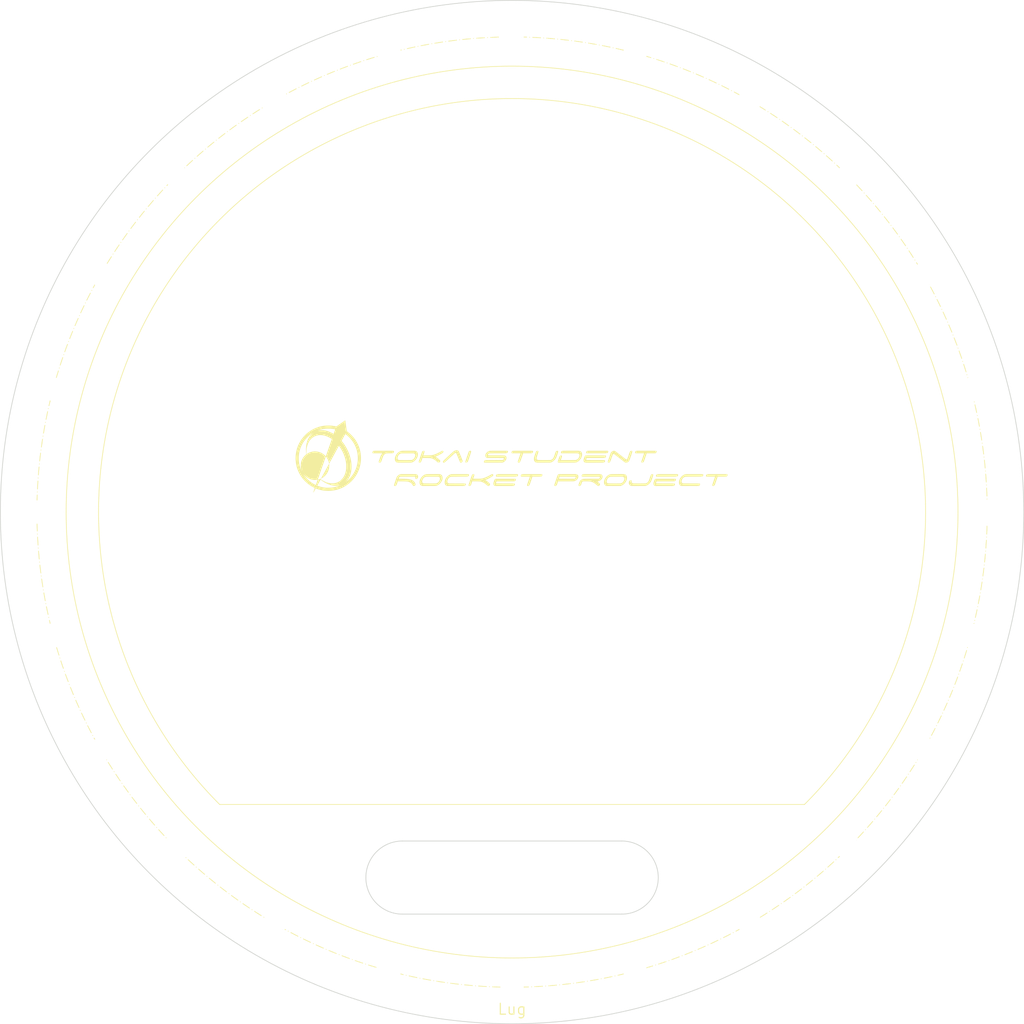
<source format=kicad_pcb>
(kicad_pcb (version 20221018) (generator pcbnew)
  (layers (0 "F.Cu" signal) (31 "B.Cu" signal) (34 "B.Paste" user) (35 "F.Paste" user) (36 "B.SilkS" user "B.Silkscreen") (37 "F.SilkS" user "F.Silkscreen") (38 "B.Mask" user) (39 "F.Mask" user) (44 "Edge.Cuts" user))
  (net 0 "")
  (footprint "MountingHole:MountingHole_3.2mm_M3" (layer "F.Cu") (at 56.291651 -32.5)
    (fp_text reference "REF**" hide)
    (fp_text value "MountingHole_3.2mm_M3" hide)
    (pad "" np_thru_hole circle (at 0 0) (size 3.2 3.2) (drill 3.2) (layers "*.Cu" "*.Mask"))
  )
  (footprint "MountingHole:MountingHole_3.2mm_M3" (layer "F.Cu") (at 45.961941 45.961941)
    (fp_text reference "REF**" hide)
    (fp_text value "MountingHole_3.2mm_M3" hide)
    (pad "" np_thru_hole circle (at 0 0) (size 3.2 3.2) (drill 3.2) (layers "*.Cu" "*.Mask"))
  )
  (footprint "MountingHole:MountingHole_3.2mm_M3" (layer "F.Cu") (at 16.823238 62.785179)
    (fp_text reference "REF**" hide)
    (fp_text value "MountingHole_3.2mm_M3" hide)
    (pad "" np_thru_hole circle (at 0 0) (size 3.2 3.2) (drill 3.2) (layers "*.Cu" "*.Mask"))
  )
  (footprint "MountingHole:MountingHole_3.2mm_M3" (layer "F.Cu") (at -65 0)
    (fp_text reference "REF**" hide)
    (fp_text value "MountingHole_3.2mm_M3" hide)
    (pad "" np_thru_hole circle (at 0 0) (size 3.2 3.2) (drill 3.2) (layers "*.Cu" "*.Mask"))
  )
  (footprint "MountingHole:MountingHole_3.2mm_M3" (layer "F.Cu") (at -16.823238 -62.785179)
    (fp_text reference "REF**" hide)
    (fp_text value "MountingHole_3.2mm_M3" hide)
    (pad "" np_thru_hole circle (at 0 0) (size 3.2 3.2) (drill 3.2) (layers "*.Cu" "*.Mask"))
  )
  (footprint "MountingHole:MountingHole_3.2mm_M3" (layer "F.Cu") (at 56.291651 32.5)
    (fp_text reference "REF**" hide)
    (fp_text value "MountingHole_3.2mm_M3" hide)
    (pad "" np_thru_hole circle (at 0 0) (size 3.2 3.2) (drill 3.2) (layers "*.Cu" "*.Mask"))
  )
  (footprint "MountingHole:MountingHole_3.2mm_M3" (layer "F.Cu") (at 16.823238 -62.785179)
    (fp_text reference "REF**" hide)
    (fp_text value "MountingHole_3.2mm_M3" hide)
    (pad "" np_thru_hole circle (at 0 0) (size 3.2 3.2) (drill 3.2) (layers "*.Cu" "*.Mask"))
  )
  (footprint "MountingHole:MountingHole_3.2mm_M3" (layer "F.Cu") (at -62.785179 16.823238)
    (fp_text reference "REF**" hide)
    (fp_text value "MountingHole_3.2mm_M3" hide)
    (pad "" np_thru_hole circle (at 0 0) (size 3.2 3.2) (drill 3.2) (layers "*.Cu" "*.Mask"))
  )
  (footprint "MountingHole:MountingHole_3.2mm_M3" (layer "F.Cu") (at 32.5 56.291651)
    (fp_text reference "REF**" hide)
    (fp_text value "MountingHole_3.2mm_M3" hide)
    (pad "" np_thru_hole circle (at 0 0) (size 3.2 3.2) (drill 3.2) (layers "*.Cu" "*.Mask"))
  )
  (footprint "MountingHole:MountingHole_3.2mm_M3" (layer "F.Cu") (at -45.961941 45.961941)
    (fp_text reference "REF**" hide)
    (fp_text value "MountingHole_3.2mm_M3" hide)
    (pad "" np_thru_hole circle (at 0 0) (size 3.2 3.2) (drill 3.2) (layers "*.Cu" "*.Mask"))
  )
  (footprint "MountingHole:MountingHole_3.2mm_M3" (layer "F.Cu") (at 32.5 -56.291651)
    (fp_text reference "REF**" hide)
    (fp_text value "MountingHole_3.2mm_M3" hide)
    (pad "" np_thru_hole circle (at 0 0) (size 3.2 3.2) (drill 3.2) (layers "*.Cu" "*.Mask"))
  )
  (footprint "MountingHole:MountingHole_3.2mm_M3" (layer "F.Cu") (at -62.785179 -16.823238)
    (fp_text reference "REF**" hide)
    (fp_text value "MountingHole_3.2mm_M3" hide)
    (pad "" np_thru_hole circle (at 0 0) (size 3.2 3.2) (drill 3.2) (layers "*.Cu" "*.Mask"))
  )
  (footprint "MountingHole:MountingHole_3.2mm_M3" (layer "F.Cu") (at 62.785179 -16.823238)
    (fp_text reference "REF**" hide)
    (fp_text value "MountingHole_3.2mm_M3" hide)
    (pad "" np_thru_hole circle (at 0 0) (size 3.2 3.2) (drill 3.2) (layers "*.Cu" "*.Mask"))
  )
  (footprint "MountingHole:MountingHole_4.3mm_M4" (layer "F.Cu") (at -30 -30)
    (fp_text reference "REF**" hide)
    (fp_text value "MountingHole_4.3mm_M4" hide)
    (pad "" np_thru_hole circle (at 0 0) (size 4.3 4.3) (drill 4.3) (layers "*.Cu" "*.Mask"))
  )
  (footprint "MountingHole:MountingHole_3.2mm_M3" (layer "F.Cu") (at 45.961941 -45.961941)
    (fp_text reference "REF**" hide)
    (fp_text value "MountingHole_3.2mm_M3" hide)
    (pad "" np_thru_hole circle (at 0 0) (size 3.2 3.2) (drill 3.2) (layers "*.Cu" "*.Mask"))
  )
  (footprint "MountingHole:MountingHole_3.2mm_M3" (layer "F.Cu") (at -45.961941 -45.961941)
    (fp_text reference "REF**" hide)
    (fp_text value "MountingHole_3.2mm_M3" hide)
    (pad "" np_thru_hole circle (at 0 0) (size 3.2 3.2) (drill 3.2) (layers "*.Cu" "*.Mask"))
  )
  (footprint "MountingHole:MountingHole_4.3mm_M4" (layer "F.Cu") (at 30 -30)
    (fp_text reference "REF**" hide)
    (fp_text value "MountingHole_4.3mm_M4" hide)
    (pad "" np_thru_hole circle (at 0 0) (size 4.3 4.3) (drill 4.3) (layers "*.Cu" "*.Mask"))
  )
  (footprint "MountingHole:MountingHole_3.2mm_M3" (layer "F.Cu") (at -16.823238 62.785179)
    (fp_text reference "REF**" hide)
    (fp_text value "MountingHole_3.2mm_M3" hide)
    (pad "" np_thru_hole circle (at 0 0) (size 3.2 3.2) (drill 3.2) (layers "*.Cu" "*.Mask"))
  )
  (footprint "MountingHole:MountingHole_3.2mm_M3" (layer "F.Cu") (at -56.291651 32.5)
    (fp_text reference "REF**" hide)
    (fp_text value "MountingHole_3.2mm_M3" hide)
    (pad "" np_thru_hole circle (at 0 0) (size 3.2 3.2) (drill 3.2) (layers "*.Cu" "*.Mask"))
  )
  (footprint "MountingHole:MountingHole_3.2mm_M3" (layer "F.Cu") (at -32.5 56.291651)
    (fp_text reference "REF**" hide)
    (fp_text value "MountingHole_3.2mm_M3" hide)
    (pad "" np_thru_hole circle (at 0 0) (size 3.2 3.2) (drill 3.2) (layers "*.Cu" "*.Mask"))
  )
  (footprint "MountingHole:MountingHole_3.2mm_M3" (layer "F.Cu") (at 0 -65)
    (fp_text reference "REF**" hide)
    (fp_text value "MountingHole_3.2mm_M3" hide)
    (pad "" np_thru_hole circle (at 0 0) (size 3.2 3.2) (drill 3.2) (layers "*.Cu" "*.Mask"))
  )
  (footprint "LOGO" (layer "F.Cu") (at 0 -7.5)
    (fp_text reference "G***" hide)
    (fp_text value "LOGO" hide)
  )
  (footprint "MountingHole:MountingHole_3.2mm_M3" (layer "F.Cu") (at 65 0)
    (fp_text reference "REF**" hide)
    (fp_text value "MountingHole_3.2mm_M3" hide)
    (pad "" np_thru_hole circle (at 0 0) (size 3.2 3.2) (drill 3.2) (layers "*.Cu" "*.Mask"))
  )
  (footprint "MountingHole:MountingHole_3.2mm_M3" (layer "F.Cu") (at -56.291651 -32.5)
    (fp_text reference "REF**" hide)
    (fp_text value "MountingHole_3.2mm_M3" hide)
    (pad "" np_thru_hole circle (at 0 0) (size 3.2 3.2) (drill 3.2) (layers "*.Cu" "*.Mask"))
  )
  (footprint "MountingHole:MountingHole_3.2mm_M3" (layer "F.Cu") (at -32.5 -56.291651)
    (fp_text reference "REF**" hide)
    (fp_text value "MountingHole_3.2mm_M3" hide)
    (pad "" np_thru_hole circle (at 0 0) (size 3.2 3.2) (drill 3.2) (layers "*.Cu" "*.Mask"))
  )
  (footprint "MountingHole:MountingHole_4.3mm_M4" (layer "F.Cu") (at -30 30)
    (fp_text reference "REF**" hide)
    (fp_text value "MountingHole_4.3mm_M4" hide)
    (pad "" np_thru_hole circle (at 0 0) (size 4.3 4.3) (drill 4.3) (layers "*.Cu" "*.Mask"))
  )
  (footprint "MountingHole:MountingHole_4.3mm_M4" (layer "F.Cu") (at 30 30)
    (fp_text reference "REF**" hide)
    (fp_text value "MountingHole_4.3mm_M4" hide)
    (pad "" np_thru_hole circle (at 0 0) (size 4.3 4.3) (drill 4.3) (layers "*.Cu" "*.Mask"))
  )
  (footprint "MountingHole:MountingHole_3.2mm_M3" (layer "F.Cu") (at 62.785179 16.823238)
    (fp_text reference "REF**" hide)
    (fp_text value "MountingHole_3.2mm_M3" hide)
    (pad "" np_thru_hole circle (at 0 0) (size 3.2 3.2) (drill 3.2) (layers "*.Cu" "*.Mask"))
  )
  (footprint "MountingHole:MountingHole_3.2mm_M3" (layer "F.Cu") (at 0 65)
    (fp_text reference "REF**" hide)
    (fp_text value "MountingHole_3.2mm_M3" hide)
    (pad "" np_thru_hole circle (at 0 0) (size 3.2 3.2) (drill 3.2) (layers "*.Cu" "*.Mask"))
  )
  (gr_circle (center 0 0) (end 61 0) (stroke (width 0.1)) (fill none) (layer "F.SilkS"))
  (gr_line (start -40 40) (end 40 40) (stroke (width 0.1)) (layer "F.SilkS"))
  (gr_circle (center 0 0) (end 65 0) (stroke (width 0.1) (type dash_dot)) (fill none) (layer "F.SilkS"))
  (gr_arc (start -40 40) (mid 0 -56.568542) (end 40 40) (stroke (width 0.1)) (layer "F.SilkS"))
  (gr_line (start -15 55) (end 15 55) (stroke (width 0.1)) (layer "Edge.Cuts"))
  (gr_circle (center 0 0) (end 70 0) (stroke (width 0.1)) (fill none) (layer "Edge.Cuts"))
  (gr_arc (start -15 55) (mid -20 50) (end -15 45) (stroke (width 0.1)) (layer "Edge.Cuts"))
  (gr_arc (start 15 45) (mid 20 50) (end 15 55) (stroke (width 0.1)) (layer "Edge.Cuts"))
  (gr_line (start -15 45) (end 15 45) (stroke (width 0.1)) (layer "Edge.Cuts"))
  (gr_text "Lug" (at 0 68) (layer "F.SilkS") (effects (font (size 1.5 1.5))))
)
</source>
